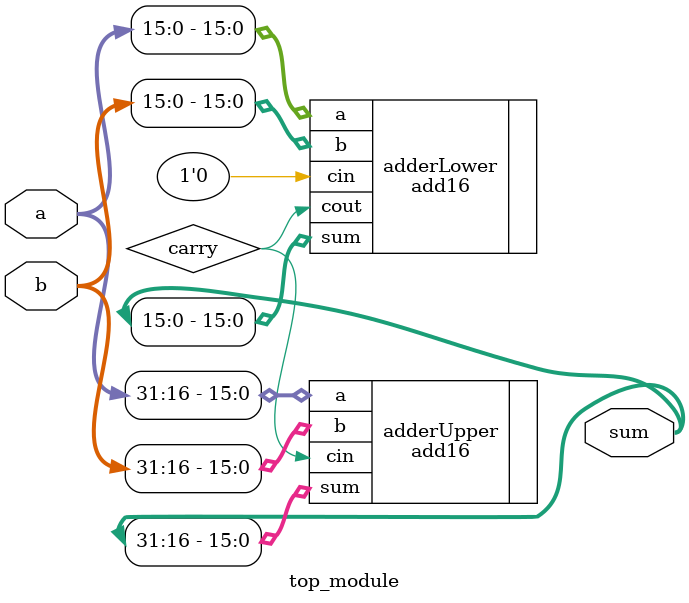
<source format=v>

module top_module(
    input [31:0] a,
    input [31:0] b,
    output [31:0] sum
);
    wire carry;
    add16 adderLower(.a(a[15:0]), .b(b[15:0]), .cin(1'b0), .sum(sum[15:0]), .cout(carry));
    add16 adderUpper(.a(a[31:16]), .b(b[31:16]), .cin(carry), .sum(sum[31:16]));
endmodule

</source>
